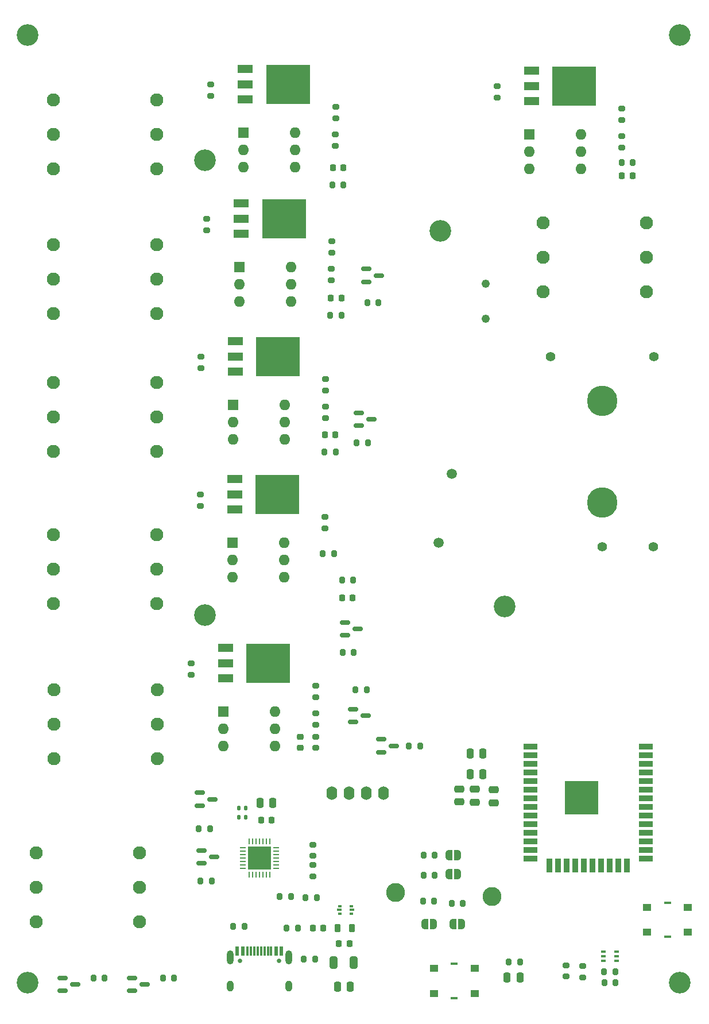
<source format=gbr>
%TF.GenerationSoftware,KiCad,Pcbnew,(6.0.5)*%
%TF.CreationDate,2022-06-11T16:02:27+01:00*%
%TF.ProjectId,heating-controller-esp32,68656174-696e-4672-9d63-6f6e74726f6c,rev?*%
%TF.SameCoordinates,Original*%
%TF.FileFunction,Soldermask,Top*%
%TF.FilePolarity,Negative*%
%FSLAX46Y46*%
G04 Gerber Fmt 4.6, Leading zero omitted, Abs format (unit mm)*
G04 Created by KiCad (PCBNEW (6.0.5)) date 2022-06-11 16:02:27*
%MOMM*%
%LPD*%
G01*
G04 APERTURE LIST*
G04 Aperture macros list*
%AMRoundRect*
0 Rectangle with rounded corners*
0 $1 Rounding radius*
0 $2 $3 $4 $5 $6 $7 $8 $9 X,Y pos of 4 corners*
0 Add a 4 corners polygon primitive as box body*
4,1,4,$2,$3,$4,$5,$6,$7,$8,$9,$2,$3,0*
0 Add four circle primitives for the rounded corners*
1,1,$1+$1,$2,$3*
1,1,$1+$1,$4,$5*
1,1,$1+$1,$6,$7*
1,1,$1+$1,$8,$9*
0 Add four rect primitives between the rounded corners*
20,1,$1+$1,$2,$3,$4,$5,0*
20,1,$1+$1,$4,$5,$6,$7,0*
20,1,$1+$1,$6,$7,$8,$9,0*
20,1,$1+$1,$8,$9,$2,$3,0*%
%AMFreePoly0*
4,1,22,0.500000,-0.750000,0.000000,-0.750000,0.000000,-0.745033,-0.079941,-0.743568,-0.215256,-0.701293,-0.333266,-0.622738,-0.424486,-0.514219,-0.481581,-0.384460,-0.499164,-0.250000,-0.500000,-0.250000,-0.500000,0.250000,-0.499164,0.250000,-0.499963,0.256109,-0.478152,0.396186,-0.417904,0.524511,-0.324060,0.630769,-0.204165,0.706417,-0.067858,0.745374,0.000000,0.744959,0.000000,0.750000,
0.500000,0.750000,0.500000,-0.750000,0.500000,-0.750000,$1*%
%AMFreePoly1*
4,1,20,0.000000,0.744959,0.073905,0.744508,0.209726,0.703889,0.328688,0.626782,0.421226,0.519385,0.479903,0.390333,0.500000,0.250000,0.500000,-0.250000,0.499851,-0.262216,0.476331,-0.402017,0.414519,-0.529596,0.319384,-0.634700,0.198574,-0.708877,0.061801,-0.746166,0.000000,-0.745033,0.000000,-0.750000,-0.500000,-0.750000,-0.500000,0.750000,0.000000,0.750000,0.000000,0.744959,
0.000000,0.744959,$1*%
G04 Aperture macros list end*
%ADD10C,3.200000*%
%ADD11FreePoly0,180.000000*%
%ADD12FreePoly1,180.000000*%
%ADD13C,1.950000*%
%ADD14RoundRect,0.200000X-0.200000X-0.275000X0.200000X-0.275000X0.200000X0.275000X-0.200000X0.275000X0*%
%ADD15RoundRect,0.150000X-0.587500X-0.150000X0.587500X-0.150000X0.587500X0.150000X-0.587500X0.150000X0*%
%ADD16RoundRect,0.200000X0.200000X0.275000X-0.200000X0.275000X-0.200000X-0.275000X0.200000X-0.275000X0*%
%ADD17R,2.000000X0.900000*%
%ADD18R,0.900000X2.000000*%
%ADD19R,5.000000X5.000000*%
%ADD20C,1.400000*%
%ADD21C,4.500000*%
%ADD22C,2.800000*%
%ADD23RoundRect,0.200000X-0.275000X0.200000X-0.275000X-0.200000X0.275000X-0.200000X0.275000X0.200000X0*%
%ADD24FreePoly1,0.000000*%
%ADD25FreePoly0,0.000000*%
%ADD26RoundRect,0.218750X-0.218750X-0.256250X0.218750X-0.256250X0.218750X0.256250X-0.218750X0.256250X0*%
%ADD27RoundRect,0.218750X-0.256250X0.218750X-0.256250X-0.218750X0.256250X-0.218750X0.256250X0.218750X0*%
%ADD28RoundRect,0.218750X0.218750X0.256250X-0.218750X0.256250X-0.218750X-0.256250X0.218750X-0.256250X0*%
%ADD29O,1.600000X2.000000*%
%ADD30RoundRect,0.250000X0.250000X0.475000X-0.250000X0.475000X-0.250000X-0.475000X0.250000X-0.475000X0*%
%ADD31R,2.200000X1.200000*%
%ADD32R,6.400000X5.800000*%
%ADD33R,1.600000X1.600000*%
%ADD34O,1.600000X1.600000*%
%ADD35O,1.000000X2.100000*%
%ADD36O,1.000000X1.600000*%
%ADD37R,0.600000X1.450000*%
%ADD38R,0.300000X1.450000*%
%ADD39C,0.650000*%
%ADD40RoundRect,0.200000X0.275000X-0.200000X0.275000X0.200000X-0.275000X0.200000X-0.275000X-0.200000X0*%
%ADD41RoundRect,0.225000X0.225000X0.250000X-0.225000X0.250000X-0.225000X-0.250000X0.225000X-0.250000X0*%
%ADD42C,1.217000*%
%ADD43RoundRect,0.218750X0.218750X0.381250X-0.218750X0.381250X-0.218750X-0.381250X0.218750X-0.381250X0*%
%ADD44R,0.650000X0.400000*%
%ADD45R,1.000000X0.450000*%
%ADD46R,1.200000X1.100000*%
%ADD47C,1.515000*%
%ADD48RoundRect,0.250000X0.325000X0.650000X-0.325000X0.650000X-0.325000X-0.650000X0.325000X-0.650000X0*%
%ADD49RoundRect,0.250000X0.475000X-0.250000X0.475000X0.250000X-0.475000X0.250000X-0.475000X-0.250000X0*%
%ADD50RoundRect,0.135000X-0.135000X-0.185000X0.135000X-0.185000X0.135000X0.185000X-0.135000X0.185000X0*%
%ADD51R,0.500000X0.375000*%
%ADD52R,0.650000X0.300000*%
%ADD53RoundRect,0.135000X0.135000X0.185000X-0.135000X0.185000X-0.135000X-0.185000X0.135000X-0.185000X0*%
%ADD54RoundRect,0.250000X-0.250000X-0.475000X0.250000X-0.475000X0.250000X0.475000X-0.250000X0.475000X0*%
%ADD55R,3.350000X3.350000*%
%ADD56RoundRect,0.062500X0.062500X0.337500X-0.062500X0.337500X-0.062500X-0.337500X0.062500X-0.337500X0*%
%ADD57RoundRect,0.062500X0.337500X0.062500X-0.337500X0.062500X-0.337500X-0.062500X0.337500X-0.062500X0*%
%ADD58RoundRect,0.250000X-0.475000X0.250000X-0.475000X-0.250000X0.475000X-0.250000X0.475000X0.250000X0*%
G04 APERTURE END LIST*
D10*
%TO.C,H8*%
X74295000Y-60579000D03*
%TD*%
%TO.C,H7*%
X39624000Y-117221000D03*
%TD*%
%TO.C,H6*%
X83820000Y-115951000D03*
%TD*%
%TO.C,H5*%
X39624000Y-50165000D03*
%TD*%
%TO.C,H4*%
X109601000Y-31750000D03*
%TD*%
%TO.C,H3*%
X109601000Y-171450000D03*
%TD*%
%TO.C,H2*%
X13462000Y-171450000D03*
%TD*%
%TO.C,H1*%
X13462000Y-31750000D03*
%TD*%
D11*
%TO.C,JP3*%
X76876520Y-155474520D03*
D12*
X75576520Y-155474520D03*
%TD*%
D13*
%TO.C,J9*%
X17222000Y-41275000D03*
X32462000Y-41275000D03*
X17222000Y-46355000D03*
X32462000Y-46355000D03*
X17222000Y-51435000D03*
X32462000Y-51435000D03*
%TD*%
%TO.C,J8*%
X17349000Y-128270000D03*
X32589000Y-128270000D03*
X17349000Y-133350000D03*
X32589000Y-133350000D03*
X17349000Y-138430000D03*
X32589000Y-138430000D03*
%TD*%
%TO.C,J7*%
X17222000Y-105410000D03*
X32462000Y-105410000D03*
X17222000Y-110490000D03*
X32462000Y-110490000D03*
X17222000Y-115570000D03*
X32462000Y-115570000D03*
%TD*%
%TO.C,J6*%
X17222000Y-82931000D03*
X32462000Y-82931000D03*
X17222000Y-88011000D03*
X32462000Y-88011000D03*
X17222000Y-93091000D03*
X32462000Y-93091000D03*
%TD*%
%TO.C,J5*%
X17222000Y-62611000D03*
X32462000Y-62611000D03*
X17222000Y-67691000D03*
X32462000Y-67691000D03*
X17222000Y-72771000D03*
X32462000Y-72771000D03*
%TD*%
%TO.C,J4*%
X104698000Y-69596000D03*
X89458000Y-69596000D03*
X104698000Y-64516000D03*
X89458000Y-64516000D03*
X104698000Y-59436000D03*
X89458000Y-59436000D03*
%TD*%
%TO.C,J3*%
X29972000Y-162433000D03*
X14732000Y-162433000D03*
X29972000Y-157353000D03*
X14732000Y-157353000D03*
X29972000Y-152273000D03*
X14732000Y-152273000D03*
%TD*%
D14*
%TO.C,R51*%
X23134500Y-170734000D03*
X24784500Y-170734000D03*
%TD*%
%TO.C,R50*%
X33379000Y-170734000D03*
X35029000Y-170734000D03*
%TD*%
D15*
%TO.C,D21*%
X18572000Y-170754000D03*
X18572000Y-172654000D03*
X20447000Y-171704000D03*
%TD*%
%TO.C,D20*%
X28816500Y-170754000D03*
X28816500Y-172654000D03*
X30691500Y-171704000D03*
%TD*%
D16*
%TO.C,R13*%
X54420000Y-158877000D03*
X56070000Y-158877000D03*
%TD*%
%TO.C,R33*%
X71310000Y-136525000D03*
X69660000Y-136525000D03*
%TD*%
D15*
%TO.C,D9*%
X65610500Y-135575000D03*
X65610500Y-137475000D03*
X67485500Y-136525000D03*
%TD*%
D17*
%TO.C,U1*%
X87639000Y-136652000D03*
X87639000Y-137922000D03*
X87639000Y-139192000D03*
X87639000Y-140462000D03*
X87639000Y-141732000D03*
X87639000Y-143002000D03*
X87639000Y-144272000D03*
X87639000Y-145542000D03*
X87639000Y-146812000D03*
X87639000Y-148082000D03*
X87639000Y-149352000D03*
X87639000Y-150622000D03*
X87639000Y-151892000D03*
X87639000Y-153162000D03*
D18*
X90424000Y-154162000D03*
X91694000Y-154162000D03*
X92964000Y-154162000D03*
X94234000Y-154162000D03*
X95504000Y-154162000D03*
X96774000Y-154162000D03*
X98044000Y-154162000D03*
X99314000Y-154162000D03*
X100584000Y-154162000D03*
X101854000Y-154162000D03*
D17*
X104639000Y-153162000D03*
X104639000Y-151892000D03*
X104639000Y-150622000D03*
X104639000Y-149352000D03*
X104639000Y-148082000D03*
X104639000Y-146812000D03*
X104639000Y-145542000D03*
X104639000Y-144272000D03*
X104639000Y-143002000D03*
X104639000Y-141732000D03*
X104639000Y-140462000D03*
X104639000Y-139192000D03*
X104639000Y-137922000D03*
X104639000Y-136652000D03*
D19*
X95139000Y-144152000D03*
%TD*%
D20*
%TO.C,PS1*%
X98151000Y-107197000D03*
X105751000Y-107197000D03*
X105771000Y-79197000D03*
X90571000Y-79197000D03*
D21*
X98171000Y-100697000D03*
X98171000Y-85697000D03*
%TD*%
D22*
%TO.C,TP2*%
X67691000Y-158115000D03*
%TD*%
%TO.C,TP1*%
X81915000Y-158750000D03*
%TD*%
D14*
%TO.C,R49*%
X101029000Y-50546000D03*
X102679000Y-50546000D03*
%TD*%
%TO.C,R48*%
X58369500Y-53866000D03*
X60019500Y-53866000D03*
%TD*%
D23*
%TO.C,R47*%
X55958000Y-135195000D03*
X55958000Y-136845000D03*
%TD*%
D16*
%TO.C,R46*%
X61444000Y-112131000D03*
X59794000Y-112131000D03*
%TD*%
D14*
%TO.C,R45*%
X57214000Y-93218000D03*
X58864000Y-93218000D03*
%TD*%
%TO.C,R44*%
X58063000Y-73035000D03*
X59713000Y-73035000D03*
%TD*%
%TO.C,R43*%
X77622520Y-159792520D03*
X75972520Y-159792520D03*
%TD*%
%TO.C,R42*%
X73383520Y-159462520D03*
X71733520Y-159462520D03*
%TD*%
D24*
%TO.C,JP4*%
X77485000Y-162814000D03*
D25*
X76185000Y-162814000D03*
%TD*%
D24*
%TO.C,JP1*%
X73294000Y-162814000D03*
D25*
X71994000Y-162814000D03*
%TD*%
D26*
%TO.C,D19*%
X101066500Y-52451000D03*
X102641500Y-52451000D03*
%TD*%
%TO.C,D18*%
X58447000Y-51316000D03*
X60022000Y-51316000D03*
%TD*%
D27*
%TO.C,D17*%
X53672000Y-135232500D03*
X53672000Y-136807500D03*
%TD*%
D28*
%TO.C,D16*%
X61366500Y-114681000D03*
X59791500Y-114681000D03*
%TD*%
D26*
%TO.C,D15*%
X57251500Y-90678000D03*
X58826500Y-90678000D03*
%TD*%
%TO.C,D14*%
X58140500Y-70485000D03*
X59715500Y-70485000D03*
%TD*%
D29*
%TO.C,Brd1*%
X60850000Y-143498000D03*
X58310000Y-143498000D03*
X63390000Y-143498000D03*
X65930000Y-143498000D03*
%TD*%
D30*
%TO.C,C9*%
X47691000Y-144907000D03*
X49591000Y-144907000D03*
%TD*%
D16*
%TO.C,R23*%
X54166000Y-167946000D03*
X55816000Y-167946000D03*
%TD*%
D15*
%TO.C,D5*%
X39067500Y-151958000D03*
X39067500Y-153858000D03*
X40942500Y-152908000D03*
%TD*%
%TO.C,D13*%
X61419500Y-131130000D03*
X61419500Y-133030000D03*
X63294500Y-132080000D03*
%TD*%
D14*
%TO.C,R14*%
X38672000Y-148717000D03*
X40322000Y-148717000D03*
%TD*%
D23*
%TO.C,R39*%
X82677000Y-39307000D03*
X82677000Y-40957000D03*
%TD*%
D31*
%TO.C,D4*%
X43968000Y-97160000D03*
X43968000Y-99440000D03*
X43968000Y-101720000D03*
D32*
X50268000Y-99440000D03*
%TD*%
D15*
%TO.C,D8*%
X62308500Y-87442000D03*
X62308500Y-89342000D03*
X64183500Y-88392000D03*
%TD*%
D33*
%TO.C,U9*%
X45255000Y-46100000D03*
D34*
X45255000Y-48640000D03*
X45255000Y-51180000D03*
X52875000Y-51180000D03*
X52875000Y-48640000D03*
X52875000Y-46100000D03*
%TD*%
D35*
%TO.C,J11*%
X43305000Y-167737000D03*
D36*
X43305000Y-171917000D03*
X51945000Y-171917000D03*
D35*
X51945000Y-167737000D03*
D37*
X44375000Y-166822000D03*
X45175000Y-166822000D03*
D38*
X45875000Y-166822000D03*
X46875000Y-166822000D03*
X48375000Y-166822000D03*
X49375000Y-166822000D03*
D37*
X50075000Y-166822000D03*
X50875000Y-166822000D03*
X50875000Y-166822000D03*
X50075000Y-166822000D03*
D38*
X48875000Y-166822000D03*
X47875000Y-166822000D03*
X47375000Y-166822000D03*
X46375000Y-166822000D03*
D37*
X45175000Y-166822000D03*
X44375000Y-166822000D03*
D39*
X50515000Y-168267000D03*
X44735000Y-168267000D03*
%TD*%
D40*
%TO.C,R1*%
X92863520Y-168873520D03*
X92863520Y-170523520D03*
%TD*%
D23*
%TO.C,R36*%
X40469000Y-39052000D03*
X40469000Y-40702000D03*
%TD*%
D41*
%TO.C,C10*%
X47866000Y-147447000D03*
X49416000Y-147447000D03*
%TD*%
D12*
%TO.C,JP2*%
X75576520Y-152680520D03*
D11*
X76876520Y-152680520D03*
%TD*%
D23*
%TO.C,R28*%
X55904000Y-131762000D03*
X55904000Y-133412000D03*
%TD*%
D42*
%TO.C,F2*%
X81026000Y-68443000D03*
X81026000Y-73543000D03*
%TD*%
D41*
%TO.C,C11*%
X59348000Y-165660000D03*
X60898000Y-165660000D03*
%TD*%
D40*
%TO.C,R17*%
X58293000Y-63817000D03*
X58293000Y-62167000D03*
%TD*%
D30*
%TO.C,C6*%
X78679000Y-140716000D03*
X80579000Y-140716000D03*
%TD*%
D43*
%TO.C,FB1*%
X59135500Y-163374000D03*
X61260500Y-163374000D03*
%TD*%
D16*
%TO.C,R8*%
X71845520Y-155601520D03*
X73495520Y-155601520D03*
%TD*%
D44*
%TO.C,Q1*%
X100290520Y-166889520D03*
X100290520Y-167539520D03*
X100290520Y-168189520D03*
X98390520Y-168189520D03*
X98390520Y-167539520D03*
X98390520Y-166889520D03*
%TD*%
D33*
%TO.C,U4*%
X44664000Y-65913000D03*
D34*
X44664000Y-68453000D03*
X44664000Y-70993000D03*
X52284000Y-70993000D03*
X52284000Y-68453000D03*
X52284000Y-65913000D03*
%TD*%
D14*
%TO.C,R3*%
X100111520Y-169825520D03*
X98461520Y-169825520D03*
%TD*%
%TO.C,R24*%
X53276000Y-163374000D03*
X51626000Y-163374000D03*
%TD*%
D23*
%TO.C,R29*%
X37548000Y-124396000D03*
X37548000Y-126046000D03*
%TD*%
D45*
%TO.C,J1*%
X107823000Y-159654000D03*
X107823000Y-164704000D03*
D46*
X110823000Y-160329000D03*
X110823000Y-164029000D03*
X104823000Y-160329000D03*
X104823000Y-164029000D03*
%TD*%
D45*
%TO.C,J2*%
X76353520Y-168671000D03*
X76353520Y-173721000D03*
D46*
X79353520Y-169346000D03*
X79353520Y-173046000D03*
X73353520Y-169346000D03*
X73353520Y-173046000D03*
%TD*%
D31*
%TO.C,D12*%
X87748000Y-36963000D03*
X87748000Y-39243000D03*
X87748000Y-41523000D03*
D32*
X94048000Y-39243000D03*
%TD*%
D23*
%TO.C,R15*%
X58234000Y-66231000D03*
X58234000Y-67881000D03*
%TD*%
D14*
%TO.C,R31*%
X63530000Y-71186000D03*
X65180000Y-71186000D03*
%TD*%
D23*
%TO.C,R18*%
X57354000Y-86551000D03*
X57354000Y-88201000D03*
%TD*%
D40*
%TO.C,R30*%
X55963000Y-129348000D03*
X55963000Y-127698000D03*
%TD*%
D23*
%TO.C,R19*%
X38998000Y-79185000D03*
X38998000Y-80835000D03*
%TD*%
D33*
%TO.C,U7*%
X43683000Y-106552000D03*
D34*
X43683000Y-109092000D03*
X43683000Y-111632000D03*
X51303000Y-111632000D03*
X51303000Y-109092000D03*
X51303000Y-106552000D03*
%TD*%
D47*
%TO.C,F1*%
X74041000Y-106553000D03*
X76041000Y-96393000D03*
%TD*%
D14*
%TO.C,R41*%
X61786000Y-128270000D03*
X63436000Y-128270000D03*
%TD*%
D40*
%TO.C,R5*%
X55499000Y-154103000D03*
X55499000Y-155753000D03*
%TD*%
D31*
%TO.C,D6*%
X42619000Y-122052000D03*
X42619000Y-124332000D03*
X42619000Y-126612000D03*
D32*
X48919000Y-124332000D03*
%TD*%
D23*
%TO.C,R22*%
X38897000Y-99504000D03*
X38897000Y-101154000D03*
%TD*%
D48*
%TO.C,C12*%
X58596000Y-168454000D03*
X61546000Y-168454000D03*
%TD*%
D14*
%TO.C,R26*%
X38926000Y-156464000D03*
X40576000Y-156464000D03*
%TD*%
D49*
%TO.C,C5*%
X79375000Y-142941000D03*
X79375000Y-144841000D03*
%TD*%
D40*
%TO.C,R37*%
X58884000Y-44004000D03*
X58884000Y-42354000D03*
%TD*%
D15*
%TO.C,D7*%
X63403000Y-66233000D03*
X63403000Y-68133000D03*
X65278000Y-67183000D03*
%TD*%
D14*
%TO.C,R32*%
X61981000Y-91872000D03*
X63631000Y-91872000D03*
%TD*%
D49*
%TO.C,C2*%
X82195520Y-143033520D03*
X82195520Y-144933520D03*
%TD*%
D33*
%TO.C,U10*%
X87463000Y-46355000D03*
D34*
X87463000Y-48895000D03*
X87463000Y-51435000D03*
X95083000Y-51435000D03*
X95083000Y-48895000D03*
X95083000Y-46355000D03*
%TD*%
D14*
%TO.C,R4*%
X86068520Y-168428520D03*
X84418520Y-168428520D03*
%TD*%
D23*
%TO.C,R38*%
X101033000Y-46673000D03*
X101033000Y-48323000D03*
%TD*%
%TO.C,R35*%
X58825000Y-46418000D03*
X58825000Y-48068000D03*
%TD*%
D16*
%TO.C,R25*%
X43752000Y-163120000D03*
X45402000Y-163120000D03*
%TD*%
D23*
%TO.C,R6*%
X55499000Y-152769000D03*
X55499000Y-151119000D03*
%TD*%
D30*
%TO.C,C7*%
X78679000Y-137668000D03*
X80579000Y-137668000D03*
%TD*%
D23*
%TO.C,R16*%
X39878000Y-58865000D03*
X39878000Y-60515000D03*
%TD*%
D40*
%TO.C,R40*%
X101092000Y-44259000D03*
X101092000Y-42609000D03*
%TD*%
D15*
%TO.C,D10*%
X60228000Y-118363250D03*
X60228000Y-120263250D03*
X62103000Y-119313250D03*
%TD*%
D40*
%TO.C,R11*%
X95276520Y-169000520D03*
X95276520Y-170650520D03*
%TD*%
D14*
%TO.C,R34*%
X59900500Y-122793250D03*
X61550500Y-122793250D03*
%TD*%
D50*
%TO.C,R9*%
X45593000Y-147066000D03*
X44573000Y-147066000D03*
%TD*%
D15*
%TO.C,D1*%
X38813500Y-143449000D03*
X38813500Y-145349000D03*
X40688500Y-144399000D03*
%TD*%
D51*
%TO.C,U5*%
X59475000Y-161244500D03*
D52*
X59400000Y-160707000D03*
D51*
X59475000Y-160169500D03*
X61175000Y-160169500D03*
D52*
X61250000Y-160707000D03*
D51*
X61175000Y-161244500D03*
%TD*%
D30*
%TO.C,C4*%
X59121000Y-172010000D03*
X61021000Y-172010000D03*
%TD*%
D31*
%TO.C,D11*%
X45540000Y-36708000D03*
X45540000Y-38988000D03*
X45540000Y-41268000D03*
D32*
X51840000Y-38988000D03*
%TD*%
D53*
%TO.C,R10*%
X44573000Y-145669000D03*
X45593000Y-145669000D03*
%TD*%
D33*
%TO.C,U8*%
X42334000Y-131444000D03*
D34*
X42334000Y-133984000D03*
X42334000Y-136524000D03*
X49954000Y-136524000D03*
X49954000Y-133984000D03*
X49954000Y-131444000D03*
%TD*%
D16*
%TO.C,R21*%
X58610000Y-108204000D03*
X56960000Y-108204000D03*
%TD*%
D14*
%TO.C,R2*%
X100165520Y-171476520D03*
X98515520Y-171476520D03*
%TD*%
D41*
%TO.C,C8*%
X55486000Y-163374000D03*
X57036000Y-163374000D03*
%TD*%
D33*
%TO.C,U6*%
X43784000Y-86233000D03*
D34*
X43784000Y-88773000D03*
X43784000Y-91313000D03*
X51404000Y-91313000D03*
X51404000Y-88773000D03*
X51404000Y-86233000D03*
%TD*%
D16*
%TO.C,R7*%
X71845520Y-152680520D03*
X73495520Y-152680520D03*
%TD*%
D54*
%TO.C,C1*%
X86066520Y-170714520D03*
X84166520Y-170714520D03*
%TD*%
D31*
%TO.C,D2*%
X44949000Y-56521000D03*
X44949000Y-58801000D03*
X44949000Y-61081000D03*
D32*
X51249000Y-58801000D03*
%TD*%
D40*
%TO.C,R27*%
X57312000Y-104456000D03*
X57312000Y-102806000D03*
%TD*%
%TO.C,R20*%
X57413000Y-84137000D03*
X57413000Y-82487000D03*
%TD*%
D16*
%TO.C,R12*%
X50610000Y-158750000D03*
X52260000Y-158750000D03*
%TD*%
D55*
%TO.C,U2*%
X47625000Y-153087000D03*
D56*
X49125000Y-155537000D03*
X48625000Y-155537000D03*
X48125000Y-155537000D03*
X47625000Y-155537000D03*
X47125000Y-155537000D03*
X46625000Y-155537000D03*
X46125000Y-155537000D03*
D57*
X45175000Y-154587000D03*
X45175000Y-154087000D03*
X45175000Y-153587000D03*
X45175000Y-153087000D03*
X45175000Y-152587000D03*
X45175000Y-152087000D03*
X45175000Y-151587000D03*
D56*
X46125000Y-150637000D03*
X46625000Y-150637000D03*
X47125000Y-150637000D03*
X47625000Y-150637000D03*
X48125000Y-150637000D03*
X48625000Y-150637000D03*
X49125000Y-150637000D03*
D57*
X50075000Y-151587000D03*
X50075000Y-152087000D03*
X50075000Y-152587000D03*
X50075000Y-153087000D03*
X50075000Y-153587000D03*
X50075000Y-154087000D03*
X50075000Y-154587000D03*
%TD*%
D31*
%TO.C,D3*%
X44069000Y-76841000D03*
X44069000Y-79121000D03*
X44069000Y-81401000D03*
D32*
X50369000Y-79121000D03*
%TD*%
D58*
%TO.C,C3*%
X77089000Y-144780000D03*
X77089000Y-142880000D03*
%TD*%
M02*

</source>
